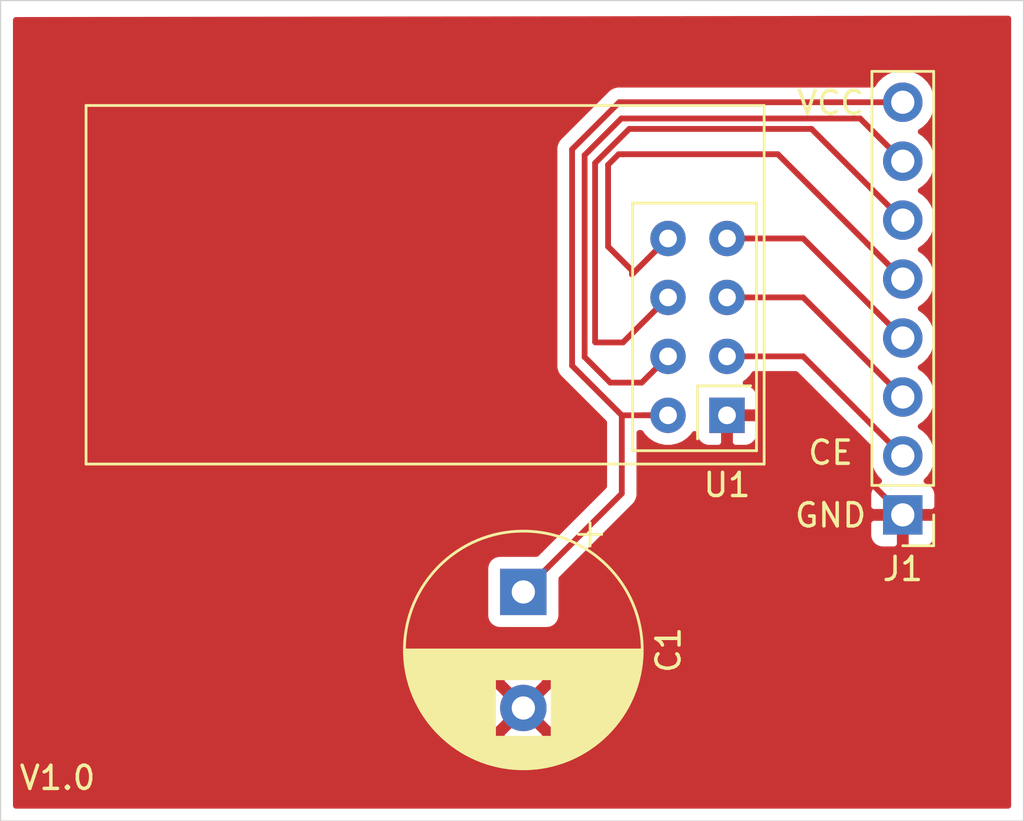
<source format=kicad_pcb>
(kicad_pcb (version 20211014) (generator pcbnew)
  (title_block (title "NRF24 Breakout"))
  (layers (0 "F.Cu" signal) (31 "B.Cu" signal) (34 "B.Paste" user) (35 "F.Paste" user) (36 "B.SilkS" user "B.Silkscreen") (37 "F.SilkS" user "F.Silkscreen") (38 "B.Mask" user) (39 "F.Mask" user) (44 "Edge.Cuts" user))
  (net 0 "")
  (net 1 "Net-(J1-Pad7)")
  (net 2 "Net-(J1-Pad6)")
  (net 3 "Net-(J1-Pad5)")
  (net 4 "Net-(J1-Pad4)")
  (net 5 "Net-(J1-Pad3)")
  (net 6 "Net-(J1-Pad2)")
  (net 7 "GND")
  (net 8 "VCC")
  (footprint "RF_Module:nRF24L01_Breakout" (layer "F.Cu") (at 166.22 99.12 180)
    (fp_text reference "U1" (at 0 -3) (layer "F.SilkS"))
    (fp_text value "NRF24L01_Breakout")
    (fp_line (start 1.27 1.27) (end -1.016 1.27) (layer "F.SilkS") (width 0.12))
    (fp_line (start -1.27 -1.524) (end 4.064 -1.524) (layer "F.SilkS") (width 0.12))
    (fp_line (start -1.6 13.35) (end -1.6 -2.1) (layer "F.SilkS") (width 0.12))
    (fp_line (start -1.27 9.144) (end -1.27 9.144) (layer "F.SilkS") (width 0.12))
    (fp_line (start -1.6 -2.1) (end 27.6 -2.1) (layer "F.SilkS") (width 0.12))
    (fp_line (start -1.27 -1.524) (end -1.27 -1.524) (layer "F.SilkS") (width 0.12))
    (fp_line (start 4.064 -1.524) (end 4.064 9.144) (layer "F.SilkS") (width 0.12))
    (fp_line (start -1.6 -2.1) (end -1.6 -2.1) (layer "F.SilkS") (width 0.12))
    (fp_line (start -1.016 1.27) (end -1.016 1.27) (layer "F.SilkS") (width 0.12))
    (fp_line (start 1.27 -1.016) (end 1.27 1.27) (layer "F.SilkS") (width 0.12))
    (fp_line (start 27.6 13.35) (end -1.6 13.35) (layer "F.SilkS") (width 0.12))
    (fp_line (start -1.27 9.144) (end -1.27 -1.524) (layer "F.SilkS") (width 0.12))
    (fp_line (start 4.064 9.144) (end -1.27 9.144) (layer "F.SilkS") (width 0.12))
    (fp_line (start 27.6 -2.1) (end 27.6 13.35) (layer "F.SilkS") (width 0.12))
    (pad "1" thru_hole rect locked (at 0 0 180) (size 1.524 1.524) (drill 0.762) (layers *.Cu *.Mask) (net 7 "GND"))
    (pad "2" thru_hole circle locked (at 2.54 0 180) (size 1.524 1.524) (drill 0.762) (layers *.Cu *.Mask) (net 8 "VCC"))
    (pad "3" thru_hole circle locked (at 0 2.54 180) (size 1.524 1.524) (drill 0.762) (layers *.Cu *.Mask) (net 6 "Net-(J1-Pad2)"))
    (pad "4" thru_hole circle locked (at 2.54 2.54 180) (size 1.524 1.524) (drill 0.762) (layers *.Cu *.Mask) (net 1 "Net-(J1-Pad7)"))
    (pad "5" thru_hole circle locked (at 0 5.08 180) (size 1.524 1.524) (drill 0.762) (layers *.Cu *.Mask) (net 5 "Net-(J1-Pad3)"))
    (pad "6" thru_hole circle locked (at 2.54 5.08 180) (size 1.524 1.524) (drill 0.762) (layers *.Cu *.Mask) (net 2 "Net-(J1-Pad6)"))
    (pad "7" thru_hole circle locked (at 0 7.62 180) (size 1.524 1.524) (drill 0.762) (layers *.Cu *.Mask) (net 4 "Net-(J1-Pad4)"))
    (pad "8" thru_hole circle locked (at 2.54 7.62 180) (size 1.524 1.524) (drill 0.762) (layers *.Cu *.Mask) (net 3 "Net-(J1-Pad5)"))
  )
  (footprint "Connector_PinHeader_2.54mm:PinHeader_1x08_P2.54mm_Vertical" (layer "F.Cu") (at 173.79 103.41 180)
    (fp_text reference "J1" (at 0 -2.33) (layer "F.SilkS"))
    (fp_text value "Conn_01x08")
    (fp_line (start -1.33 1.27) (end -1.33 19.11) (layer "F.SilkS") (width 0.12))
    (fp_line (start -1.33 0) (end -1.33 -1.33) (layer "F.SilkS") (width 0.12))
    (fp_line (start -1.33 19.11) (end 1.33 19.11) (layer "F.SilkS") (width 0.12))
    (fp_line (start 1.33 1.27) (end 1.33 19.11) (layer "F.SilkS") (width 0.12))
    (fp_line (start -1.33 1.27) (end 1.33 1.27) (layer "F.SilkS") (width 0.12))
    (fp_line (start -1.33 -1.33) (end 0 -1.33) (layer "F.SilkS") (width 0.12))
    (pad "1" thru_hole rect locked (at 0 0 180) (size 1.7 1.7) (drill 1) (layers *.Cu *.Mask) (net 7 "GND"))
    (pad "2" thru_hole oval locked (at 0 2.54 180) (size 1.7 1.7) (drill 1) (layers *.Cu *.Mask) (net 6 "Net-(J1-Pad2)"))
    (pad "3" thru_hole oval locked (at 0 5.08 180) (size 1.7 1.7) (drill 1) (layers *.Cu *.Mask) (net 5 "Net-(J1-Pad3)"))
    (pad "4" thru_hole oval locked (at 0 7.62 180) (size 1.7 1.7) (drill 1) (layers *.Cu *.Mask) (net 4 "Net-(J1-Pad4)"))
    (pad "5" thru_hole oval locked (at 0 10.16 180) (size 1.7 1.7) (drill 1) (layers *.Cu *.Mask) (net 3 "Net-(J1-Pad5)"))
    (pad "6" thru_hole oval locked (at 0 12.7 180) (size 1.7 1.7) (drill 1) (layers *.Cu *.Mask) (net 2 "Net-(J1-Pad6)"))
    (pad "7" thru_hole oval locked (at 0 15.24 180) (size 1.7 1.7) (drill 1) (layers *.Cu *.Mask) (net 1 "Net-(J1-Pad7)"))
    (pad "8" thru_hole oval locked (at 0 17.78 180) (size 1.7 1.7) (drill 1) (layers *.Cu *.Mask) (net 8 "VCC"))
  )
  (footprint "Capacitor_THT:CP_Radial_D10.0mm_P5.00mm" (layer "F.Cu") (at 157.45 106.73 -90)
    (fp_text reference "C1" (at 2.5 -6.25 90) (layer "F.SilkS"))
    (fp_text value "CP1")
    (fp_line (start 4.981 1.241) (end 4.981 4.44) (layer "F.SilkS") (width 0.12))
    (fp_line (start 4.021 1.241) (end 4.021 4.85) (layer "F.SilkS") (width 0.12))
    (fp_line (start 3.981 -4.862) (end 3.981 -1.241) (layer "F.SilkS") (width 0.12))
    (fp_line (start 6.701 -2.889) (end 6.701 2.889) (layer "F.SilkS") (width 0.12))
    (fp_line (start 5.461 -4.138) (end 5.461 -1.241) (layer "F.SilkS") (width 0.12))
    (fp_line (start 4.661 -4.603) (end 4.661 -1.241) (layer "F.SilkS") (width 0.12))
    (fp_line (start 3.621 -4.956) (end 3.621 4.956) (layer "F.SilkS") (width 0.12))
    (fp_line (start 4.901 1.241) (end 4.901 4.483) (layer "F.SilkS") (width 0.12))
    (fp_line (start 4.821 1.241) (end 4.821 4.525) (layer "F.SilkS") (width 0.12))
    (fp_line (start 5.741 1.241) (end 5.741 3.925) (layer "F.SilkS") (width 0.12))
    (fp_line (start 3.821 1.241) (end 3.821 4.907) (layer "F.SilkS") (width 0.12))
    (fp_line (start 4.741 -4.564) (end 4.741 -1.241) (layer "F.SilkS") (width 0.12))
    (fp_line (start 2.66 -5.078) (end 2.66 5.078) (layer "F.SilkS") (width 0.12))
    (fp_line (start 2.74 -5.075) (end 2.74 5.075) (layer "F.SilkS") (width 0.12))
    (fp_line (start 6.981 -2.439) (end 6.981 2.439) (layer "F.SilkS") (width 0.12))
    (fp_line (start 4.861 1.241) (end 4.861 4.504) (layer "F.SilkS") (width 0.12))
    (fp_line (start 3.581 -4.965) (end 3.581 4.965) (layer "F.SilkS") (width 0.12))
    (fp_line (start 4.741 1.241) (end 4.741 4.564) (layer "F.SilkS") (width 0.12))
    (fp_line (start 6.381 -3.301) (end 6.381 3.301) (layer "F.SilkS") (width 0.12))
    (fp_line (start 6.541 -3.106) (end 6.541 3.106) (layer "F.SilkS") (width 0.12))
    (fp_line (start 7.461 -1.23) (end 7.461 1.23) (layer "F.SilkS") (width 0.12))
    (fp_line (start 5.861 1.241) (end 5.861 3.824) (layer "F.SilkS") (width 0.12))
    (fp_line (start 6.181 1.241) (end 6.181 3.52) (layer "F.SilkS") (width 0.12))
    (fp_line (start 2.98 -5.058) (end 2.98 5.058) (layer "F.SilkS") (width 0.12))
    (fp_line (start 3.821 -4.907) (end 3.821 -1.241) (layer "F.SilkS") (width 0.12))
    (fp_line (start 5.821 1.241) (end 5.821 3.858) (layer "F.SilkS") (width 0.12))
    (fp_line (start 5.461 1.241) (end 5.461 4.138) (layer "F.SilkS") (width 0.12))
    (fp_line (start 2.78 -5.073) (end 2.78 5.073) (layer "F.SilkS") (width 0.12))
    (fp_line (start 3.901 -4.885) (end 3.901 -1.241) (layer "F.SilkS") (width 0.12))
    (fp_line (start 5.381 1.241) (end 5.381 4.194) (layer "F.SilkS") (width 0.12))
    (fp_line (start 2.9 -5.065) (end 2.9 5.065) (layer "F.SilkS") (width 0.12))
    (fp_line (start 7.061 -2.289) (end 7.061 2.289) (layer "F.SilkS") (width 0.12))
    (fp_line (start 5.581 -4.05) (end 5.581 -1.241) (layer "F.SilkS") (width 0.12))
    (fp_line (start 2.82 -5.07) (end 2.82 5.07) (layer "F.SilkS") (width 0.12))
    (fp_line (start 4.421 -4.707) (end 4.421 -1.241) (layer "F.SilkS") (width 0.12))
    (fp_line (start 2.5 -5.08) (end 2.5 5.08) (layer "F.SilkS") (width 0.12))
    (fp_line (start 4.941 1.241) (end 4.941 4.462) (layer "F.SilkS") (width 0.12))
    (fp_line (start 4.301 -4.754) (end 4.301 -1.241) (layer "F.SilkS") (width 0.12))
    (fp_line (start 3.341 -5.011) (end 3.341 5.011) (layer "F.SilkS") (width 0.12))
    (fp_line (start 5.941 1.241) (end 5.941 3.753) (layer "F.SilkS") (width 0.12))
    (fp_line (start 5.341 -4.221) (end 5.341 -1.241) (layer "F.SilkS") (width 0.12))
    (fp_line (start 6.781 -2.77) (end 6.781 2.77) (layer "F.SilkS") (width 0.12))
    (fp_line (start 6.621 -3) (end 6.621 3) (layer "F.SilkS") (width 0.12))
    (fp_line (start 3.421 -4.997) (end 3.421 4.997) (layer "F.SilkS") (width 0.12))
    (fp_line (start 4.581 -4.639) (end 4.581 -1.241) (layer "F.SilkS") (width 0.12))
    (fp_line (start 5.941 -3.753) (end 5.941 -1.241) (layer "F.SilkS") (width 0.12))
    (fp_line (start 5.021 1.241) (end 5.021 4.417) (layer "F.SilkS") (width 0.12))
    (fp_line (start 5.861 -3.824) (end 5.861 -1.241) (layer "F.SilkS") (width 0.12))
    (fp_line (start 5.261 -4.273) (end 5.261 -1.241) (layer "F.SilkS") (width 0.12))
    (fp_line (start 5.181 -4.323) (end 5.181 -1.241) (layer "F.SilkS") (width 0.12))
    (fp_line (start 6.741 -2.83) (end 6.741 2.83) (layer "F.SilkS") (width 0.12))
    (fp_line (start 5.701 -3.957) (end 5.701 -1.241) (layer "F.SilkS") (width 0.12))
    (fp_line (start 6.421 -3.254) (end 6.421 3.254) (layer "F.SilkS") (width 0.12))
    (fp_line (start 5.621 -4.02) (end 5.621 -1.241) (layer "F.SilkS") (width 0.12))
    (fp_line (start 5.421 -4.166) (end 5.421 -1.241) (layer "F.SilkS") (width 0.12))
    (fp_line (start 3.261 -5.024) (end 3.261 5.024) (layer "F.SilkS") (width 0.12))
    (fp_line (start 7.301 -1.742) (end 7.301 1.742) (layer "F.SilkS") (width 0.12))
    (fp_line (start 4.381 1.241) (end 4.381 4.723) (layer "F.SilkS") (width 0.12))
    (fp_line (start 4.181 1.241) (end 4.181 4.797) (layer "F.SilkS") (width 0.12))
    (fp_line (start 5.341 1.241) (end 5.341 4.221) (layer "F.SilkS") (width 0.12))
    (fp_line (start 5.541 -4.08) (end 5.541 -1.241) (layer "F.SilkS") (width 0.12))
    (fp_line (start 7.181 -2.037) (end 7.181 2.037) (layer "F.SilkS") (width 0.12))
    (fp_line (start 2.62 -5.079) (end 2.62 5.079) (layer "F.SilkS") (width 0.12))
    (fp_line (start 5.901 -3.789) (end 5.901 -1.241) (layer "F.SilkS") (width 0.12))
    (fp_line (start 4.061 -4.837) (end 4.061 -1.241) (layer "F.SilkS") (width 0.12))
    (fp_line (start 5.421 1.241) (end 5.421 4.166) (layer "F.SilkS") (width 0.12))
    (fp_line (start 4.061 1.241) (end 4.061 4.837) (layer "F.SilkS") (width 0.12))
    (fp_line (start 5.981 -3.716) (end 5.981 -1.241) (layer "F.SilkS") (width 0.12))
    (fp_line (start 4.221 1.241) (end 4.221 4.783) (layer "F.SilkS") (width 0.12))
    (fp_line (start 2.58 -5.08) (end 2.58 5.08) (layer "F.SilkS") (width 0.12))
    (fp_line (start 6.021 1.241) (end 6.021 3.679) (layer "F.SilkS") (width 0.12))
    (fp_line (start 5.021 -4.417) (end 5.021 -1.241) (layer "F.SilkS") (width 0.12))
    (fp_line (start 3.901 1.241) (end 3.901 4.885) (layer "F.SilkS") (width 0.12))
    (fp_line (start 5.261 1.241) (end 5.261 4.273) (layer "F.SilkS") (width 0.12))
    (fp_line (start 7.421 -1.378) (end 7.421 1.378) (layer "F.SilkS") (width 0.12))
    (fp_line (start 6.901 -2.579) (end 6.901 2.579) (layer "F.SilkS") (width 0.12))
    (fp_line (start 4.141 1.241) (end 4.141 4.811) (layer "F.SilkS") (width 0.12))
    (fp_line (start 6.061 -3.64) (end 6.061 -1.241) (layer "F.SilkS") (width 0.12))
    (fp_line (start 6.141 1.241) (end 6.141 3.561) (layer "F.SilkS") (width 0.12))
    (fp_line (start 5.741 -3.925) (end 5.741 -1.241) (layer "F.SilkS") (width 0.12))
    (fp_line (start 4.181 -4.797) (end 4.181 -1.241) (layer "F.SilkS") (width 0.12))
    (fp_line (start 4.821 -4.525) (end 4.821 -1.241) (layer "F.SilkS") (width 0.12))
    (fp_line (start 3.781 -4.918) (end 3.781 -1.241) (layer "F.SilkS") (width 0.12))
    (fp_line (start 3.18 -5.035) (end 3.18 5.035) (layer "F.SilkS") (width 0.12))
    (fp_line (start 6.821 -2.709) (end 6.821 2.709) (layer "F.SilkS") (width 0.12))
    (fp_line (start 6.261 -3.436) (end 6.261 3.436) (layer "F.SilkS") (width 0.12))
    (fp_line (start 3.381 -5.004) (end 3.381 5.004) (layer "F.SilkS") (width 0.12))
    (fp_line (start 5.781 -3.892) (end 5.781 -1.241) (layer "F.SilkS") (width 0.12))
    (fp_line (start 4.261 1.241) (end 4.261 4.768) (layer "F.SilkS") (width 0.12))
    (fp_line (start 5.221 -4.298) (end 5.221 -1.241) (layer "F.SilkS") (width 0.12))
    (fp_line (start 5.621 1.241) (end 5.621 4.02) (layer "F.SilkS") (width 0.12))
    (fp_line (start 7.341 -1.63) (end 7.341 1.63) (layer "F.SilkS") (width 0.12))
    (fp_line (start 6.301 -3.392) (end 6.301 3.392) (layer "F.SilkS") (width 0.12))
    (fp_line (start 6.461 -3.206) (end 6.461 3.206) (layer "F.SilkS") (width 0.12))
    (fp_line (start 4.781 -4.545) (end 4.781 -1.241) (layer "F.SilkS") (width 0.12))
    (fp_line (start 6.101 1.241) (end 6.101 3.601) (layer "F.SilkS") (width 0.12))
    (fp_line (start 4.461 -4.69) (end 4.461 -1.241) (layer "F.SilkS") (width 0.12))
    (fp_line (start 3.501 -4.982) (end 3.501 4.982) (layer "F.SilkS") (width 0.12))
    (fp_line (start 7.101 -2.209) (end 7.101 2.209) (layer "F.SilkS") (width 0.12))
    (fp_line (start 3.941 1.241) (end 3.941 4.874) (layer "F.SilkS") (width 0.12))
    (fp_line (start 4.781 1.241) (end 4.781 4.545) (layer "F.SilkS") (width 0.12))
    (fp_line (start 4.701 1.241) (end 4.701 4.584) (layer "F.SilkS") (width 0.12))
    (fp_line (start -2.979646 -2.875) (end -1.979646 -2.875) (layer "F.SilkS") (width 0.12))
    (fp_line (start 7.501 -1.062) (end 7.501 1.062) (layer "F.SilkS") (width 0.12))
    (fp_line (start 7.261 -1.846) (end 7.261 1.846) (layer "F.SilkS") (width 0.12))
    (fp_line (start 5.141 -4.347) (end 5.141 -1.241) (layer "F.SilkS") (width 0.12))
    (fp_line (start 5.501 -4.11) (end 5.501 -1.241) (layer "F.SilkS") (width 0.12))
    (fp_line (start 4.541 -4.657) (end 4.541 -1.241) (layer "F.SilkS") (width 0.12))
    (fp_line (start 7.021 -2.365) (end 7.021 2.365) (layer "F.SilkS") (width 0.12))
    (fp_line (start 5.381 -4.194) (end 5.381 -1.241) (layer "F.SilkS") (width 0.12))
    (fp_line (start 5.821 -3.858) (end 5.821 -1.241) (layer "F.SilkS") (width 0.12))
    (fp_line (start 4.341 -4.738) (end 4.341 -1.241) (layer "F.SilkS") (width 0.12))
    (fp_line (start 4.021 -4.85) (end 4.021 -1.241) (layer "F.SilkS") (width 0.12))
    (fp_line (start 4.621 1.241) (end 4.621 4.621) (layer "F.SilkS") (width 0.12))
    (fp_line (start 5.101 -4.371) (end 5.101 -1.241) (layer "F.SilkS") (width 0.12))
    (fp_line (start 5.661 1.241) (end 5.661 3.989) (layer "F.SilkS") (width 0.12))
    (fp_line (start 5.781 1.241) (end 5.781 3.892) (layer "F.SilkS") (width 0.12))
    (fp_line (start 2.7 -5.077) (end 2.7 5.077) (layer "F.SilkS") (width 0.12))
    (fp_line (start 2.86 -5.068) (end 2.86 5.068) (layer "F.SilkS") (width 0.12))
    (fp_line (start 7.141 -2.125) (end 7.141 2.125) (layer "F.SilkS") (width 0.12))
    (fp_line (start 6.181 -3.52) (end 6.181 -1.241) (layer "F.SilkS") (width 0.12))
    (fp_line (start 3.301 -5.018) (end 3.301 5.018) (layer "F.SilkS") (width 0.12))
    (fp_line (start 3.741 -4.928) (end 3.741 4.928) (layer "F.SilkS") (width 0.12))
    (fp_line (start 6.581 -3.054) (end 6.581 3.054) (layer "F.SilkS") (width 0.12))
    (fp_line (start 6.341 -3.347) (end 6.341 3.347) (layer "F.SilkS") (width 0.12))
    (fp_line (start 4.861 -4.504) (end 4.861 -1.241) (layer "F.SilkS") (width 0.12))
    (fp_line (start 4.101 -4.824) (end 4.101 -1.241) (layer "F.SilkS") (width 0.12))
    (fp_line (start 3.461 -4.99) (end 3.461 4.99) (layer "F.SilkS") (width 0.12))
    (fp_line (start 4.941 -4.462) (end 4.941 -1.241) (layer "F.SilkS") (width 0.12))
    (fp_line (start 3.701 -4.938) (end 3.701 4.938) (layer "F.SilkS") (width 0.12))
    (fp_line (start 4.421 1.241) (end 4.421 4.707) (layer "F.SilkS") (width 0.12))
    (fp_line (start 4.101 1.241) (end 4.101 4.824) (layer "F.SilkS") (width 0.12))
    (fp_line (start 4.621 -4.621) (end 4.621 -1.241) (layer "F.SilkS") (width 0.12))
    (fp_line (start 4.981 -4.44) (end 4.981 -1.241) (layer "F.SilkS") (width 0.12))
    (fp_line (start 6.861 -2.645) (end 6.861 2.645) (layer "F.SilkS") (width 0.12))
    (fp_line (start 6.661 -2.945) (end 6.661 2.945) (layer "F.SilkS") (width 0.12))
    (fp_line (start 4.501 1.241) (end 4.501 4.674) (layer "F.SilkS") (width 0.12))
    (fp_line (start 3.781 1.241) (end 3.781 4.918) (layer "F.SilkS") (width 0.12))
    (fp_line (start 2.94 -5.062) (end 2.94 5.062) (layer "F.SilkS") (width 0.12))
    (fp_line (start 5.061 -4.395) (end 5.061 -1.241) (layer "F.SilkS") (width 0.12))
    (fp_line (start -2.479646 -3.375) (end -2.479646 -2.375) (layer "F.SilkS") (width 0.12))
    (fp_line (start 4.901 -4.483) (end 4.901 -1.241) (layer "F.SilkS") (width 0.12))
    (fp_line (start 4.261 -4.768) (end 4.261 -1.241) (layer "F.SilkS") (width 0.12))
    (fp_line (start 7.581 -0.599) (end 7.581 0.599) (layer "F.SilkS") (width 0.12))
    (fp_line (start 6.061 1.241) (end 6.061 3.64) (layer "F.SilkS") (width 0.12))
    (fp_line (start 4.341 1.241) (end 4.341 4.738) (layer "F.SilkS") (width 0.12))
    (fp_line (start 4.661 1.241) (end 4.661 4.603) (layer "F.SilkS") (width 0.12))
    (fp_line (start 4.381 -4.723) (end 4.381 -1.241) (layer "F.SilkS") (width 0.12))
    (fp_line (start 4.141 -4.811) (end 4.141 -1.241) (layer "F.SilkS") (width 0.12))
    (fp_line (start 4.701 -4.584) (end 4.701 -1.241) (layer "F.SilkS") (width 0.12))
    (fp_line (start 3.861 1.241) (end 3.861 4.897) (layer "F.SilkS") (width 0.12))
    (fp_line (start 5.101 1.241) (end 5.101 4.371) (layer "F.SilkS") (width 0.12))
    (fp_line (start 3.861 -4.897) (end 3.861 -1.241) (layer "F.SilkS") (width 0.12))
    (fp_line (start 5.501 1.241) (end 5.501 4.11) (layer "F.SilkS") (width 0.12))
    (fp_line (start 7.221 -1.944) (end 7.221 1.944) (layer "F.SilkS") (width 0.12))
    (fp_line (start 4.501 -4.674) (end 4.501 -1.241) (layer "F.SilkS") (width 0.12))
    (fp_line (start 5.221 1.241) (end 5.221 4.298) (layer "F.SilkS") (width 0.12))
    (fp_line (start 6.501 -3.156) (end 6.501 3.156) (layer "F.SilkS") (width 0.12))
    (fp_line (start 5.901 1.241) (end 5.901 3.789) (layer "F.SilkS") (width 0.12))
    (fp_line (start 5.181 1.241) (end 5.181 4.323) (layer "F.SilkS") (width 0.12))
    (fp_line (start 6.101 -3.601) (end 6.101 -1.241) (layer "F.SilkS") (width 0.12))
    (fp_line (start 4.221 -4.783) (end 4.221 -1.241) (layer "F.SilkS") (width 0.12))
    (fp_line (start 5.661 -3.989) (end 5.661 -1.241) (layer "F.SilkS") (width 0.12))
    (fp_line (start 4.541 1.241) (end 4.541 4.657) (layer "F.SilkS") (width 0.12))
    (fp_line (start 4.461 1.241) (end 4.461 4.69) (layer "F.SilkS") (width 0.12))
    (fp_line (start 4.301 1.241) (end 4.301 4.754) (layer "F.SilkS") (width 0.12))
    (fp_line (start 5.061 1.241) (end 5.061 4.395) (layer "F.SilkS") (width 0.12))
    (fp_line (start 5.981 1.241) (end 5.981 3.716) (layer "F.SilkS") (width 0.12))
    (fp_line (start 4.581 1.241) (end 4.581 4.639) (layer "F.SilkS") (width 0.12))
    (fp_line (start 5.701 1.241) (end 5.701 3.957) (layer "F.SilkS") (width 0.12))
    (fp_line (start 6.221 -3.478) (end 6.221 -1.241) (layer "F.SilkS") (width 0.12))
    (fp_line (start 3.941 -4.874) (end 3.941 -1.241) (layer "F.SilkS") (width 0.12))
    (fp_line (start 3.221 -5.03) (end 3.221 5.03) (layer "F.SilkS") (width 0.12))
    (fp_line (start 5.581 1.241) (end 5.581 4.05) (layer "F.SilkS") (width 0.12))
    (fp_line (start 3.541 -4.974) (end 3.541 4.974) (layer "F.SilkS") (width 0.12))
    (fp_line (start 6.141 -3.561) (end 6.141 -1.241) (layer "F.SilkS") (width 0.12))
    (fp_line (start 3.661 -4.947) (end 3.661 4.947) (layer "F.SilkS") (width 0.12))
    (fp_line (start 7.381 -1.51) (end 7.381 1.51) (layer "F.SilkS") (width 0.12))
    (fp_line (start 6.021 -3.679) (end 6.021 -1.241) (layer "F.SilkS") (width 0.12))
    (fp_line (start 6.941 -2.51) (end 6.941 2.51) (layer "F.SilkS") (width 0.12))
    (fp_line (start 3.981 1.241) (end 3.981 4.862) (layer "F.SilkS") (width 0.12))
    (fp_line (start 2.54 -5.08) (end 2.54 5.08) (layer "F.SilkS") (width 0.12))
    (fp_line (start 6.221 1.241) (end 6.221 3.478) (layer "F.SilkS") (width 0.12))
    (fp_line (start 7.541 -0.862) (end 7.541 0.862) (layer "F.SilkS") (width 0.12))
    (fp_line (start 5.541 1.241) (end 5.541 4.08) (layer "F.SilkS") (width 0.12))
    (fp_line (start 3.14 -5.04) (end 3.14 5.04) (layer "F.SilkS") (width 0.12))
    (fp_line (start 3.06 -5.05) (end 3.06 5.05) (layer "F.SilkS") (width 0.12))
    (fp_line (start 5.301 -4.247) (end 5.301 -1.241) (layer "F.SilkS") (width 0.12))
    (fp_line (start 3.02 -5.054) (end 3.02 5.054) (layer "F.SilkS") (width 0.12))
    (fp_line (start 5.141 1.241) (end 5.141 4.347) (layer "F.SilkS") (width 0.12))
    (fp_line (start 5.301 1.241) (end 5.301 4.247) (layer "F.SilkS") (width 0.12))
    (fp_line (start 3.1 -5.045) (end 3.1 5.045) (layer "F.SilkS") (width 0.12))
    (fp_circle (center 2.5 0) (end 7.62 0) (layer "F.SilkS") (width 0.12) (fill none))
    (pad "1" thru_hole rect locked (at 0 0 270) (size 2 2) (drill 1) (layers *.Cu *.Mask) (net 8 "VCC"))
    (pad "2" thru_hole circle locked (at 5 0 270) (size 2 2) (drill 1) (layers *.Cu *.Mask) (net 7 "GND"))
  )
  (gr_line (start 134.94 81.25) (end 134.94 116.6) (layer "Edge.Cuts") (width 0.05))
  (gr_line (start 178.99 116.6) (end 178.99 81.25) (layer "Edge.Cuts") (width 0.05))
  (gr_line (start 178.99 81.25) (end 134.94 81.25) (layer "Edge.Cuts") (width 0.05))
  (gr_line (start 134.94 116.6) (end 178.99 116.6) (layer "Edge.Cuts") (width 0.05))
  (gr_text "GND" (at 170.68 103.43) (layer "F.SilkS") (effects (font (size 1 1))))
  (gr_text "VCC" (at 170.68 85.66) (layer "F.SilkS") (effects (font (size 1 1))))
  (gr_text "CE" (at 170.68 100.73) (layer "F.SilkS") (effects (font (size 1 1))))
  (gr_text "V1.0" (at 137.39 114.74) (layer "F.SilkS") (effects (font (size 1 1))))
  (segment (start 160.09 87.91) (end 161.67 86.33) (width 0.25) (layer "F.Cu") (net 1))
  (segment (start 163.68 96.58) (end 162.55 97.71) (width 0.25) (layer "F.Cu") (net 1))
  (segment (start 162.55 97.71) (end 161.19 97.71) (width 0.25) (layer "F.Cu") (net 1))
  (segment (start 160.09 96.61) (end 160.09 87.91) (width 0.25) (layer "F.Cu") (net 1))
  (segment (start 171.95 86.33) (end 173.79 88.17) (width 0.25) (layer "F.Cu") (net 1))
  (segment (start 161.19 97.71) (end 160.09 96.61) (width 0.25) (layer "F.Cu") (net 1))
  (segment (start 161.67 86.33) (end 171.95 86.33) (width 0.25) (layer "F.Cu") (net 1))
  (segment (start 161.74 95.98) (end 160.56 95.98) (width 0.25) (layer "F.Cu") (net 2))
  (segment (start 160.54001 88.24999) (end 162.00999 86.78001) (width 0.25) (layer "F.Cu") (net 2))
  (segment (start 162.00999 86.78001) (end 169.86001 86.78001) (width 0.25) (layer "F.Cu") (net 2))
  (segment (start 163.68 94.04) (end 161.74 95.98) (width 0.25) (layer "F.Cu") (net 2))
  (segment (start 169.86001 86.78001) (end 173.79 90.71) (width 0.25) (layer "F.Cu") (net 2))
  (segment (start 160.54001 95.96001) (end 160.54001 88.24999) (width 0.25) (layer "F.Cu") (net 2))
  (segment (start 160.56 95.98) (end 160.54001 95.96001) (width 0.25) (layer "F.Cu") (net 2))
  (segment (start 161.1 91.85) (end 161.1 88.32641) (width 0.25) (layer "F.Cu") (net 3))
  (segment (start 161.55641 87.87) (end 161.73 87.87) (width 0.25) (layer "F.Cu") (net 3))
  (segment (start 161.1 88.32641) (end 161.55641 87.87) (width 0.25) (layer "F.Cu") (net 3))
  (segment (start 161.73 87.87) (end 168.41 87.87) (width 0.25) (layer "F.Cu") (net 3))
  (segment (start 172.23 91.69) (end 173.79 93.25) (width 0.25) (layer "F.Cu") (net 3))
  (segment (start 168.41 87.87) (end 173.79 93.25) (width 0.25) (layer "F.Cu") (net 3))
  (segment (start 162.13 92.88) (end 161.1 91.85) (width 0.25) (layer "F.Cu") (net 3))
  (segment (start 162.13 93.05) (end 162.13 92.88) (width 0.25) (layer "F.Cu") (net 3))
  (segment (start 163.68 91.5) (end 162.13 93.05) (width 0.25) (layer "F.Cu") (net 3))
  (segment (start 169.5 91.5) (end 173.79 95.79) (width 0.25) (layer "F.Cu") (net 4))
  (segment (start 166.22 91.5) (end 169.5 91.5) (width 0.25) (layer "F.Cu") (net 4))
  (segment (start 169.5 94.04) (end 173.79 98.33) (width 0.25) (layer "F.Cu") (net 5))
  (segment (start 166.22 94.04) (end 169.5 94.04) (width 0.25) (layer "F.Cu") (net 5))
  (segment (start 166.22 96.58) (end 169.5 96.58) (width 0.25) (layer "F.Cu") (net 6))
  (segment (start 169.5 96.58) (end 173.79 100.87) (width 0.25) (layer "F.Cu") (net 6))
  (segment (start 166.22 99.12) (end 166.22 102.96) (width 0.25) (layer "F.Cu") (net 7))
  (segment (start 166.22 99.12) (end 169.5 99.12) (width 0.25) (layer "F.Cu") (net 7))
  (segment (start 166.22 102.96) (end 157.45 111.73) (width 0.25) (layer "F.Cu") (net 7))
  (segment (start 169.5 99.12) (end 173.79 103.41) (width 0.25) (layer "F.Cu") (net 7))
  (segment (start 161.69 99.12) (end 161.69 102.49) (width 0.25) (layer "F.Cu") (net 8))
  (segment (start 163.68 99.12) (end 162.57 99.12) (width 0.25) (layer "F.Cu") (net 8))
  (segment (start 161.58 85.63) (end 173.79 85.63) (width 0.25) (layer "F.Cu") (net 8))
  (segment (start 159.55 87.66) (end 161.58 85.63) (width 0.25) (layer "F.Cu") (net 8))
  (segment (start 163.68 99.12) (end 161.69 99.12) (width 0.25) (layer "F.Cu") (net 8))
  (segment (start 161.69 99.12) (end 159.55 96.98) (width 0.25) (layer "F.Cu") (net 8))
  (segment (start 161.69 102.49) (end 157.45 106.73) (width 0.25) (layer "F.Cu") (net 8))
  (segment (start 159.55 96.98) (end 159.55 87.66) (width 0.25) (layer "F.Cu") (net 8))
  (zone (net 7) (net_name "GND") (layer "F.Cu") (connect_pads (clearance 0.508)) (min_thickness 0.254) (fill yes (thermal_gap 0.508) (thermal_bridge_width 0.508))
    (polygon (pts (xy 178.61 116.44) (xy 135.29 116.44) (xy 135.29 81.96) (xy 178.61 81.9)))
  )
)
</source>
